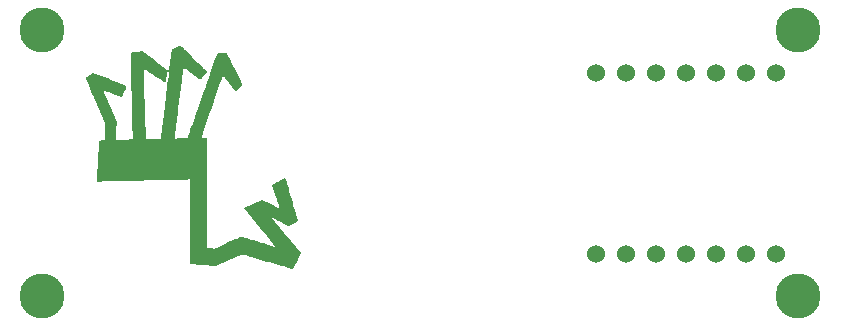
<source format=gbr>
%TF.GenerationSoftware,KiCad,Pcbnew,8.0.1*%
%TF.CreationDate,2025-01-13T07:12:32-05:00*%
%TF.ProjectId,glove-v3,676c6f76-652d-4763-932e-6b696361645f,rev?*%
%TF.SameCoordinates,Original*%
%TF.FileFunction,Soldermask,Bot*%
%TF.FilePolarity,Negative*%
%FSLAX46Y46*%
G04 Gerber Fmt 4.6, Leading zero omitted, Abs format (unit mm)*
G04 Created by KiCad (PCBNEW 8.0.1) date 2025-01-13 07:12:32*
%MOMM*%
%LPD*%
G01*
G04 APERTURE LIST*
%ADD10C,0.000000*%
%ADD11C,3.800000*%
%ADD12C,1.524000*%
G04 APERTURE END LIST*
D10*
%TO.C,G\u002A\u002A\u002A*%
G36*
X125771818Y-35870050D02*
G01*
X125798502Y-35893454D01*
X125852872Y-35944668D01*
X125931786Y-36020576D01*
X126032102Y-36118057D01*
X126150677Y-36233993D01*
X126284371Y-36365265D01*
X126430040Y-36508753D01*
X126584542Y-36661340D01*
X126744736Y-36819905D01*
X126907479Y-36981331D01*
X127069630Y-37142497D01*
X127228046Y-37300286D01*
X127379585Y-37451577D01*
X127521105Y-37593253D01*
X127649464Y-37722194D01*
X127761520Y-37835281D01*
X127854131Y-37929395D01*
X127924154Y-38001418D01*
X127968448Y-38048230D01*
X127983870Y-38066712D01*
X127978562Y-38076974D01*
X127948940Y-38116356D01*
X127898181Y-38178144D01*
X127831864Y-38256050D01*
X127755566Y-38343785D01*
X127674866Y-38435060D01*
X127595340Y-38523587D01*
X127522567Y-38603075D01*
X127462124Y-38667237D01*
X127419589Y-38709783D01*
X127400540Y-38724424D01*
X127399434Y-38723947D01*
X127372304Y-38706112D01*
X127313805Y-38664923D01*
X127228003Y-38603329D01*
X127118963Y-38524274D01*
X126990754Y-38430706D01*
X126847442Y-38325571D01*
X126693093Y-38211817D01*
X126667101Y-38192632D01*
X126514948Y-38080892D01*
X126374880Y-37978964D01*
X126250880Y-37889680D01*
X126146933Y-37815874D01*
X126067023Y-37760377D01*
X126015134Y-37726023D01*
X125995250Y-37715645D01*
X125994263Y-37719641D01*
X125988140Y-37759496D01*
X125977138Y-37839480D01*
X125961645Y-37956458D01*
X125942048Y-38107295D01*
X125918736Y-38288855D01*
X125892098Y-38498002D01*
X125862521Y-38731602D01*
X125830393Y-38986519D01*
X125796104Y-39259618D01*
X125760041Y-39547763D01*
X125722592Y-39847819D01*
X125684145Y-40156651D01*
X125645090Y-40471123D01*
X125605813Y-40788100D01*
X125566704Y-41104447D01*
X125528151Y-41417028D01*
X125490541Y-41722707D01*
X125454263Y-42018351D01*
X125419706Y-42300823D01*
X125387257Y-42566988D01*
X125357304Y-42813710D01*
X125330237Y-43037854D01*
X125306443Y-43236286D01*
X125286310Y-43405868D01*
X125270226Y-43543467D01*
X125258581Y-43645947D01*
X125251762Y-43710172D01*
X125250157Y-43733008D01*
X125270555Y-43734064D01*
X125328771Y-43733544D01*
X125417255Y-43731578D01*
X125528495Y-43728439D01*
X125654977Y-43724399D01*
X125789189Y-43719728D01*
X125923619Y-43714701D01*
X126050753Y-43709587D01*
X126163080Y-43704659D01*
X126253086Y-43700189D01*
X126313259Y-43696449D01*
X126336087Y-43693710D01*
X126336154Y-43693565D01*
X126344879Y-43669284D01*
X126367597Y-43604987D01*
X126403540Y-43502864D01*
X126451941Y-43365106D01*
X126512033Y-43193901D01*
X126583047Y-42991440D01*
X126664216Y-42759913D01*
X126754773Y-42501511D01*
X126853950Y-42218422D01*
X126960980Y-41912838D01*
X127075095Y-41586948D01*
X127195528Y-41242942D01*
X127321511Y-40883010D01*
X127452277Y-40509342D01*
X127587058Y-40124129D01*
X127596289Y-40097742D01*
X127730888Y-39713135D01*
X127861486Y-39340173D01*
X127987312Y-38981050D01*
X128107592Y-38637959D01*
X128221557Y-38313096D01*
X128328434Y-38008654D01*
X128427452Y-37726828D01*
X128517838Y-37469812D01*
X128598822Y-37239800D01*
X128669632Y-37038987D01*
X128729496Y-36869567D01*
X128777642Y-36733734D01*
X128813299Y-36633682D01*
X128835695Y-36571605D01*
X128844058Y-36549699D01*
X128845784Y-36548794D01*
X128878658Y-36542628D01*
X128945546Y-36534264D01*
X129037710Y-36524461D01*
X129146410Y-36513976D01*
X129262907Y-36503568D01*
X129378463Y-36493996D01*
X129484338Y-36486016D01*
X129571792Y-36480388D01*
X129632088Y-36477869D01*
X129656486Y-36479218D01*
X129664473Y-36492615D01*
X129690783Y-36542697D01*
X129733064Y-36625781D01*
X129789325Y-36737799D01*
X129857570Y-36874684D01*
X129935806Y-37032368D01*
X130022039Y-37206784D01*
X130114276Y-37393864D01*
X130210522Y-37589540D01*
X130308784Y-37789745D01*
X130407068Y-37990412D01*
X130503381Y-38187471D01*
X130595728Y-38376857D01*
X130682115Y-38554501D01*
X130760550Y-38716335D01*
X130829037Y-38858293D01*
X130885584Y-38976306D01*
X130928196Y-39066307D01*
X130954880Y-39124228D01*
X130963643Y-39146002D01*
X130963617Y-39146069D01*
X130947164Y-39168145D01*
X130905891Y-39218293D01*
X130844522Y-39290920D01*
X130767785Y-39380432D01*
X130680407Y-39481233D01*
X130403659Y-39798853D01*
X129884166Y-39068786D01*
X129844055Y-39012525D01*
X129732780Y-38857617D01*
X129630356Y-38716719D01*
X129539614Y-38593613D01*
X129463381Y-38492080D01*
X129404487Y-38415902D01*
X129365760Y-38368861D01*
X129350030Y-38354739D01*
X129349357Y-38356108D01*
X129337668Y-38387294D01*
X129312636Y-38457095D01*
X129275341Y-38562399D01*
X129226865Y-38700091D01*
X129168289Y-38867058D01*
X129100694Y-39060187D01*
X129025162Y-39276363D01*
X128942774Y-39512473D01*
X128854612Y-39765404D01*
X128761756Y-40032041D01*
X128665288Y-40309271D01*
X128566290Y-40593981D01*
X128465841Y-40883056D01*
X128365025Y-41173384D01*
X128264922Y-41461850D01*
X128166613Y-41745340D01*
X128071180Y-42020742D01*
X127979704Y-42284941D01*
X127893266Y-42534824D01*
X127812948Y-42767277D01*
X127739830Y-42979186D01*
X127674995Y-43167439D01*
X127619523Y-43328920D01*
X127574497Y-43460518D01*
X127540996Y-43559116D01*
X127520102Y-43621604D01*
X127512898Y-43644865D01*
X127525858Y-43648142D01*
X127575393Y-43651662D01*
X127653360Y-43654060D01*
X127750529Y-43654947D01*
X127988161Y-43654947D01*
X127974572Y-44322482D01*
X127974262Y-44338682D01*
X127972772Y-44442146D01*
X127971270Y-44587120D01*
X127969767Y-44770823D01*
X127968273Y-44990472D01*
X127966800Y-45243287D01*
X127965360Y-45526485D01*
X127963964Y-45837285D01*
X127962622Y-46172904D01*
X127961346Y-46530563D01*
X127960148Y-46907478D01*
X127959039Y-47300868D01*
X127958029Y-47707951D01*
X127957131Y-48125946D01*
X127956355Y-48552071D01*
X127955712Y-48983544D01*
X127950442Y-52977070D01*
X128230919Y-53015102D01*
X128345742Y-53029949D01*
X128452447Y-53042434D01*
X128538525Y-53051165D01*
X128592079Y-53054836D01*
X128618252Y-53051031D01*
X128666312Y-53036465D01*
X128736992Y-53009956D01*
X128832823Y-52970401D01*
X128956338Y-52916697D01*
X129110067Y-52847741D01*
X129296542Y-52762432D01*
X129518294Y-52659666D01*
X129777854Y-52538340D01*
X129959194Y-52453322D01*
X130171126Y-52354110D01*
X130348435Y-52271482D01*
X130494571Y-52204017D01*
X130612981Y-52150293D01*
X130707117Y-52108888D01*
X130780428Y-52078383D01*
X130836364Y-52057354D01*
X130878373Y-52044382D01*
X130909907Y-52038044D01*
X130934414Y-52036919D01*
X130955344Y-52039587D01*
X130976146Y-52044625D01*
X130982223Y-52046319D01*
X131030436Y-52060969D01*
X131116391Y-52087916D01*
X131236206Y-52125918D01*
X131386001Y-52173733D01*
X131561898Y-52230116D01*
X131760016Y-52293825D01*
X131976475Y-52363616D01*
X132207394Y-52438247D01*
X132448895Y-52516474D01*
X132530795Y-52543019D01*
X132765349Y-52618878D01*
X132985820Y-52689945D01*
X133188634Y-52755084D01*
X133370217Y-52813154D01*
X133526996Y-52863020D01*
X133655399Y-52903544D01*
X133751850Y-52933587D01*
X133812777Y-52952011D01*
X133834605Y-52957680D01*
X133833321Y-52955429D01*
X133811305Y-52926367D01*
X133763555Y-52865695D01*
X133692003Y-52775811D01*
X133598580Y-52659117D01*
X133485220Y-52518011D01*
X133353853Y-52354894D01*
X133206411Y-52172164D01*
X133044827Y-51972222D01*
X132871032Y-51757467D01*
X132686958Y-51530299D01*
X132494538Y-51293117D01*
X131148308Y-49634717D01*
X131886994Y-49270128D01*
X132625680Y-48905539D01*
X133378918Y-49288788D01*
X133402543Y-49300802D01*
X133569997Y-49385595D01*
X133723631Y-49462769D01*
X133859093Y-49530184D01*
X133972029Y-49585697D01*
X134058086Y-49627166D01*
X134112913Y-49652450D01*
X134132155Y-49659407D01*
X134126713Y-49640427D01*
X134108617Y-49582579D01*
X134079165Y-49490173D01*
X134039734Y-49367475D01*
X133991699Y-49218752D01*
X133936435Y-49048271D01*
X133875318Y-48860299D01*
X133809722Y-48659103D01*
X133487289Y-47671429D01*
X133557293Y-47629451D01*
X133575183Y-47618803D01*
X133652885Y-47573596D01*
X133752108Y-47516987D01*
X133866791Y-47452322D01*
X133990873Y-47382946D01*
X134118294Y-47312204D01*
X134242993Y-47243441D01*
X134358911Y-47180003D01*
X134459985Y-47125236D01*
X134540156Y-47082484D01*
X134593364Y-47055093D01*
X134613548Y-47046408D01*
X134614651Y-47049092D01*
X134625999Y-47084521D01*
X134648439Y-47157940D01*
X134680837Y-47265497D01*
X134722058Y-47403339D01*
X134770970Y-47567615D01*
X134826438Y-47754470D01*
X134887328Y-47960054D01*
X134952507Y-48180513D01*
X135020841Y-48411994D01*
X135091196Y-48650646D01*
X135162438Y-48892616D01*
X135233433Y-49134050D01*
X135303048Y-49371097D01*
X135370149Y-49599904D01*
X135433602Y-49816618D01*
X135492273Y-50017388D01*
X135545029Y-50198359D01*
X135590735Y-50355681D01*
X135628258Y-50485499D01*
X135656463Y-50583962D01*
X135674218Y-50647218D01*
X135680389Y-50671413D01*
X135679053Y-50674001D01*
X135651526Y-50697169D01*
X135592733Y-50738671D01*
X135508355Y-50794712D01*
X135404072Y-50861498D01*
X135285564Y-50935231D01*
X134890740Y-51177571D01*
X134808753Y-51132354D01*
X134794887Y-51124738D01*
X134738752Y-51094044D01*
X134651282Y-51046309D01*
X134537999Y-50984546D01*
X134404426Y-50911762D01*
X134256085Y-50830970D01*
X134098498Y-50745179D01*
X134014108Y-50699241D01*
X133866494Y-50618862D01*
X133734089Y-50546730D01*
X133621736Y-50485487D01*
X133534275Y-50437772D01*
X133476549Y-50406224D01*
X133453401Y-50393484D01*
X133450612Y-50392008D01*
X133436572Y-50393689D01*
X133447587Y-50408577D01*
X133484943Y-50456007D01*
X133546786Y-50533516D01*
X133631093Y-50638597D01*
X133735844Y-50768744D01*
X133859016Y-50921451D01*
X133998587Y-51094212D01*
X134152537Y-51284520D01*
X134318843Y-51489869D01*
X134495484Y-51707753D01*
X134680437Y-51935666D01*
X135924302Y-53467701D01*
X135677878Y-53940873D01*
X135646245Y-54001655D01*
X135570079Y-54148304D01*
X135496781Y-54289821D01*
X135430827Y-54417543D01*
X135376691Y-54522809D01*
X135338851Y-54596957D01*
X135316840Y-54638930D01*
X135275581Y-54709620D01*
X135242106Y-54756792D01*
X135222108Y-54771915D01*
X135191813Y-54762617D01*
X135120609Y-54741586D01*
X135014155Y-54710550D01*
X134876012Y-54670527D01*
X134709745Y-54622534D01*
X134518915Y-54567589D01*
X134307086Y-54506710D01*
X134077821Y-54440915D01*
X133834682Y-54371222D01*
X133581233Y-54298648D01*
X133321036Y-54224212D01*
X133057654Y-54148931D01*
X132794651Y-54073823D01*
X132535588Y-53999907D01*
X132284029Y-53928199D01*
X132043537Y-53859718D01*
X131817674Y-53795482D01*
X131610005Y-53736508D01*
X131424090Y-53683815D01*
X131263494Y-53638419D01*
X131131779Y-53601340D01*
X131032508Y-53573594D01*
X130969244Y-53556201D01*
X130945550Y-53550177D01*
X130939495Y-53551864D01*
X130897963Y-53568561D01*
X130821279Y-53601705D01*
X130713322Y-53649549D01*
X130577974Y-53710344D01*
X130419117Y-53782342D01*
X130240632Y-53863793D01*
X130046400Y-53952950D01*
X129840303Y-54048065D01*
X128764281Y-54545953D01*
X127641840Y-54452582D01*
X127592081Y-54448432D01*
X127374986Y-54430084D01*
X127172634Y-54412592D01*
X126989307Y-54396353D01*
X126829290Y-54381764D01*
X126696867Y-54369218D01*
X126596321Y-54359114D01*
X126531937Y-54351846D01*
X126507998Y-54347810D01*
X126507283Y-54338125D01*
X126506545Y-54287662D01*
X126506274Y-54196233D01*
X126506452Y-54066234D01*
X126507063Y-53900060D01*
X126508089Y-53700104D01*
X126509514Y-53468762D01*
X126511321Y-53208428D01*
X126513492Y-52921497D01*
X126516012Y-52610363D01*
X126518863Y-52277421D01*
X126522028Y-51925066D01*
X126525490Y-51555691D01*
X126529232Y-51171692D01*
X126533238Y-50775464D01*
X126535799Y-50523671D01*
X126539635Y-50134886D01*
X126543192Y-49759841D01*
X126546455Y-49400930D01*
X126549406Y-49060549D01*
X126552028Y-48741093D01*
X126554306Y-48444955D01*
X126556222Y-48174532D01*
X126557759Y-47932219D01*
X126558901Y-47720409D01*
X126559632Y-47541498D01*
X126559934Y-47397881D01*
X126559791Y-47291954D01*
X126559186Y-47226109D01*
X126558103Y-47202744D01*
X126544807Y-47202346D01*
X126489871Y-47202750D01*
X126394955Y-47204158D01*
X126262841Y-47206503D01*
X126096311Y-47209719D01*
X125898148Y-47213742D01*
X125671132Y-47218505D01*
X125418047Y-47223943D01*
X125141673Y-47229991D01*
X124844794Y-47236582D01*
X124530192Y-47243652D01*
X124200648Y-47251135D01*
X123858944Y-47258965D01*
X123507863Y-47267077D01*
X123150186Y-47275405D01*
X122788696Y-47283884D01*
X122426175Y-47292448D01*
X122065405Y-47301032D01*
X121709167Y-47309569D01*
X121360245Y-47317995D01*
X121021419Y-47326244D01*
X120695472Y-47334250D01*
X120385187Y-47341949D01*
X120093344Y-47349273D01*
X119822727Y-47356158D01*
X119576117Y-47362539D01*
X119356296Y-47368349D01*
X119166047Y-47373523D01*
X119008151Y-47377996D01*
X118885391Y-47381702D01*
X118800548Y-47384575D01*
X118756405Y-47386551D01*
X118672261Y-47392087D01*
X118672427Y-47167112D01*
X118672614Y-47149974D01*
X118674918Y-47073620D01*
X118679664Y-46958493D01*
X118686624Y-46809020D01*
X118695567Y-46629627D01*
X118706266Y-46424741D01*
X118718489Y-46198786D01*
X118732007Y-45956191D01*
X118746592Y-45701380D01*
X118762014Y-45438781D01*
X118769828Y-45307361D01*
X118784631Y-45058166D01*
X118798515Y-44824111D01*
X118811262Y-44608904D01*
X118822652Y-44416251D01*
X118832467Y-44249859D01*
X118840488Y-44113436D01*
X118846497Y-44010688D01*
X118850274Y-43945323D01*
X118851601Y-43921048D01*
X118867490Y-43914973D01*
X118919984Y-43906709D01*
X119000454Y-43898169D01*
X119099878Y-43890463D01*
X119347989Y-43874255D01*
X119332991Y-43153161D01*
X119317993Y-42432067D01*
X118512456Y-40515725D01*
X118490887Y-40464406D01*
X118375075Y-40188623D01*
X118264675Y-39925337D01*
X118160888Y-39677436D01*
X118064915Y-39447804D01*
X117977956Y-39239327D01*
X117901214Y-39054892D01*
X117835888Y-38897384D01*
X117783181Y-38769688D01*
X117744293Y-38674692D01*
X117720425Y-38615279D01*
X117712779Y-38594338D01*
X117724689Y-38586735D01*
X117769459Y-38559125D01*
X117841361Y-38515139D01*
X117933973Y-38458707D01*
X118040872Y-38393754D01*
X118363105Y-38198214D01*
X119756698Y-38725559D01*
X119867036Y-38767372D01*
X120099671Y-38855931D01*
X120318109Y-38939626D01*
X120518873Y-39017093D01*
X120698486Y-39086969D01*
X120853470Y-39147891D01*
X120980349Y-39198495D01*
X121075645Y-39237419D01*
X121135881Y-39263298D01*
X121157580Y-39274771D01*
X121156970Y-39281618D01*
X121144580Y-39324333D01*
X121118750Y-39399622D01*
X121081755Y-39501181D01*
X121035868Y-39622708D01*
X120983361Y-39757896D01*
X120801853Y-40219154D01*
X120013701Y-39950681D01*
X120001556Y-39946546D01*
X119823377Y-39886186D01*
X119658944Y-39831052D01*
X119513041Y-39782705D01*
X119390448Y-39742707D01*
X119295947Y-39712617D01*
X119234321Y-39693998D01*
X119210350Y-39688410D01*
X119210283Y-39690269D01*
X119221012Y-39722102D01*
X119247836Y-39790638D01*
X119289297Y-39892408D01*
X119343940Y-40023944D01*
X119410308Y-40181777D01*
X119486944Y-40362440D01*
X119572391Y-40562462D01*
X119665195Y-40778376D01*
X119763898Y-41006714D01*
X120332644Y-42318816D01*
X120296759Y-43078126D01*
X120290462Y-43214886D01*
X120283155Y-43384256D01*
X120277208Y-43535019D01*
X120272800Y-43661932D01*
X120270108Y-43759753D01*
X120269311Y-43823239D01*
X120270587Y-43847148D01*
X120281458Y-43848320D01*
X120330975Y-43848724D01*
X120414466Y-43847649D01*
X120525369Y-43845310D01*
X120657118Y-43841923D01*
X120803151Y-43837706D01*
X120956904Y-43832875D01*
X121111812Y-43827647D01*
X121261312Y-43822238D01*
X121398840Y-43816864D01*
X121517832Y-43811742D01*
X121611725Y-43807090D01*
X121673955Y-43803122D01*
X121697957Y-43800056D01*
X121698040Y-43799926D01*
X121698785Y-43774648D01*
X121697682Y-43709776D01*
X121694899Y-43610312D01*
X121690601Y-43481256D01*
X121684955Y-43327611D01*
X121678127Y-43154379D01*
X121670282Y-42966560D01*
X121666228Y-42865765D01*
X121660314Y-42700200D01*
X121653978Y-42504087D01*
X121647281Y-42280443D01*
X121640285Y-42032283D01*
X121633052Y-41762624D01*
X121625645Y-41474482D01*
X121618125Y-41170875D01*
X121610555Y-40854818D01*
X121602997Y-40529327D01*
X121595513Y-40197419D01*
X121588165Y-39862111D01*
X121581015Y-39526419D01*
X121574126Y-39193359D01*
X121567560Y-38865948D01*
X121561378Y-38547202D01*
X121555644Y-38240138D01*
X121550418Y-37947772D01*
X121545764Y-37673120D01*
X121541743Y-37419198D01*
X121538417Y-37189024D01*
X121535849Y-36985614D01*
X121534101Y-36811984D01*
X121533235Y-36671150D01*
X121533313Y-36566129D01*
X121534397Y-36499937D01*
X121536550Y-36475591D01*
X121541258Y-36473372D01*
X121582104Y-36463087D01*
X121658209Y-36447940D01*
X121762798Y-36429165D01*
X121889097Y-36407994D01*
X122030331Y-36385663D01*
X122505097Y-36312715D01*
X123567345Y-37126632D01*
X123750343Y-37266877D01*
X123931980Y-37406138D01*
X124100128Y-37535117D01*
X124251624Y-37651385D01*
X124383306Y-37752512D01*
X124492010Y-37836071D01*
X124574574Y-37899631D01*
X124627835Y-37940764D01*
X124648630Y-37957040D01*
X124650267Y-37965222D01*
X124646470Y-38010969D01*
X124634393Y-38090743D01*
X124615150Y-38198119D01*
X124589855Y-38326675D01*
X124559623Y-38469986D01*
X124530692Y-38600962D01*
X124498143Y-38741166D01*
X124472007Y-38843245D01*
X124451311Y-38910648D01*
X124435077Y-38946822D01*
X124422331Y-38955216D01*
X124400065Y-38942308D01*
X124343532Y-38907240D01*
X124256818Y-38852539D01*
X124143756Y-38780649D01*
X124008178Y-38694015D01*
X123853919Y-38595082D01*
X123684811Y-38486292D01*
X123504688Y-38370092D01*
X123329864Y-38257417D01*
X123162106Y-38149819D01*
X123009716Y-38052606D01*
X122876405Y-37968121D01*
X122765884Y-37898705D01*
X122681867Y-37846701D01*
X122628063Y-37814452D01*
X122608185Y-37804300D01*
X122608035Y-37806178D01*
X122608449Y-37840558D01*
X122610295Y-37915748D01*
X122613466Y-38028577D01*
X122617854Y-38175871D01*
X122623353Y-38354462D01*
X122629856Y-38561176D01*
X122637256Y-38792842D01*
X122645446Y-39046290D01*
X122654319Y-39318347D01*
X122663769Y-39605843D01*
X122673688Y-39905605D01*
X122683969Y-40214463D01*
X122694505Y-40529245D01*
X122705190Y-40846779D01*
X122715917Y-41163895D01*
X122726579Y-41477420D01*
X122737068Y-41784184D01*
X122747278Y-42081015D01*
X122757102Y-42364741D01*
X122766433Y-42632192D01*
X122775164Y-42880196D01*
X122783188Y-43105580D01*
X122790399Y-43305175D01*
X122796689Y-43475808D01*
X122801951Y-43614309D01*
X122806079Y-43717505D01*
X122808965Y-43782225D01*
X122810503Y-43805299D01*
X122829956Y-43806424D01*
X122887839Y-43804949D01*
X122977242Y-43801064D01*
X123091241Y-43795204D01*
X123222917Y-43787806D01*
X123365347Y-43779303D01*
X123511610Y-43770130D01*
X123654785Y-43760723D01*
X123787949Y-43751516D01*
X123904181Y-43742945D01*
X123996560Y-43735444D01*
X124058165Y-43729448D01*
X124082072Y-43725393D01*
X124082132Y-43725302D01*
X124086377Y-43700188D01*
X124095581Y-43632911D01*
X124109461Y-43525784D01*
X124127736Y-43381125D01*
X124150125Y-43201250D01*
X124176345Y-42988473D01*
X124206115Y-42745112D01*
X124239152Y-42473483D01*
X124275176Y-42175900D01*
X124313905Y-41854681D01*
X124355057Y-41512140D01*
X124398350Y-41150595D01*
X124443502Y-40772360D01*
X124490232Y-40379753D01*
X124538259Y-39975088D01*
X124539232Y-39966872D01*
X124587309Y-39561709D01*
X124634113Y-39168228D01*
X124679360Y-38788778D01*
X124722765Y-38425708D01*
X124764044Y-38081367D01*
X124802912Y-37758104D01*
X124839085Y-37458267D01*
X124872279Y-37184206D01*
X124902208Y-36938270D01*
X124928588Y-36722808D01*
X124951136Y-36540168D01*
X124969566Y-36392699D01*
X124983594Y-36282752D01*
X124992935Y-36212674D01*
X124997305Y-36184814D01*
X124997561Y-36183981D01*
X125009240Y-36162093D01*
X125033875Y-36140495D01*
X125077399Y-36116323D01*
X125145746Y-36086709D01*
X125244850Y-36048790D01*
X125380644Y-35999699D01*
X125480005Y-35964582D01*
X125590107Y-35926419D01*
X125679987Y-35896109D01*
X125742317Y-35876116D01*
X125769769Y-35868905D01*
X125771818Y-35870050D01*
G37*
%TD*%
D11*
%TO.C,REF\u002A\u002A*%
X114050000Y-34550000D03*
%TD*%
D12*
%TO.C,U1*%
X176150000Y-38150000D03*
X173610000Y-38150000D03*
X171070000Y-38150000D03*
X168530000Y-38150000D03*
X165990000Y-38150000D03*
X163450000Y-38150000D03*
X160910000Y-38150000D03*
X160910000Y-53542400D03*
X163450000Y-53542400D03*
X165990000Y-53542400D03*
X168530000Y-53542400D03*
X171070000Y-53542400D03*
X173610000Y-53542400D03*
X176150000Y-53542400D03*
%TD*%
D11*
%TO.C,REF\u002A\u002A*%
X114050000Y-57050000D03*
%TD*%
%TO.C,REF\u002A\u002A*%
X178050000Y-57050000D03*
%TD*%
%TO.C,REF\u002A\u002A*%
X178050000Y-34550000D03*
%TD*%
M02*

</source>
